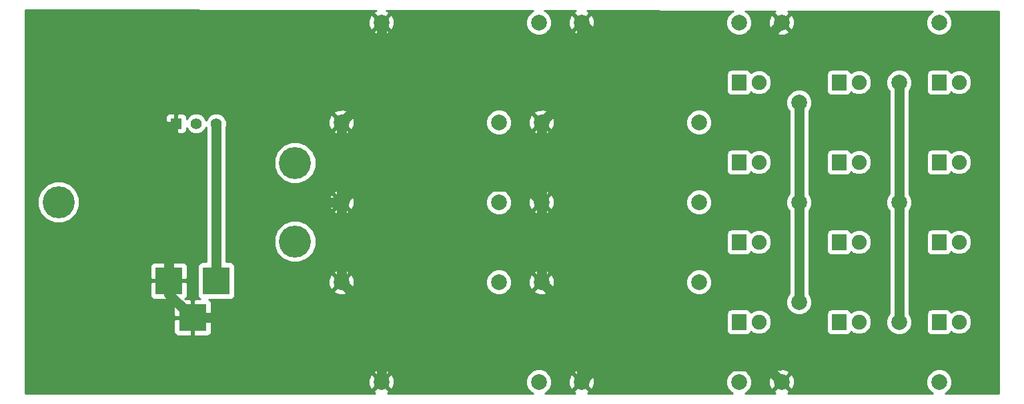
<source format=gbr>
G04 #@! TF.FileFunction,Copper,L2,Bot,Signal*
%FSLAX46Y46*%
G04 Gerber Fmt 4.6, Leading zero omitted, Abs format (unit mm)*
G04 Created by KiCad (PCBNEW (2015-12-07 BZR 6352)-product) date Tue 16 Feb 2016 10:07:43 PM EST*
%MOMM*%
G01*
G04 APERTURE LIST*
%ADD10C,0.100000*%
%ADD11R,3.500120X3.500120*%
%ADD12R,1.397000X1.397000*%
%ADD13C,1.397000*%
%ADD14R,1.900000X2.000000*%
%ADD15C,1.900000*%
%ADD16C,4.064000*%
%ADD17C,1.998980*%
%ADD18C,2.000000*%
%ADD19C,1.270000*%
%ADD20C,0.254000*%
G04 APERTURE END LIST*
D10*
D11*
X24920000Y15038000D03*
X18920520Y15038000D03*
X21920260Y10339000D03*
D12*
X19840000Y35038000D03*
D13*
X22380000Y35038000D03*
X24920000Y35038000D03*
D14*
X116680000Y40278000D03*
D15*
X119220000Y40278000D03*
D14*
X116680000Y30118000D03*
D15*
X119220000Y30118000D03*
D14*
X116680000Y19958000D03*
D15*
X119220000Y19958000D03*
D14*
X116680000Y9798000D03*
D15*
X119220000Y9798000D03*
D14*
X103980000Y40278000D03*
D15*
X106520000Y40278000D03*
D14*
X103980000Y30118000D03*
D15*
X106520000Y30118000D03*
D14*
X103980000Y19958000D03*
D15*
X106520000Y19958000D03*
D14*
X103980000Y9798000D03*
D15*
X106520000Y9798000D03*
D14*
X91280000Y40278000D03*
D15*
X93820000Y40278000D03*
D14*
X91280000Y30118000D03*
D15*
X93820000Y30118000D03*
D14*
X91280000Y19958000D03*
D15*
X93820000Y19958000D03*
D14*
X91280000Y9798000D03*
D15*
X93820000Y9798000D03*
D16*
X4920000Y25038000D03*
X34920000Y30038000D03*
X34920000Y20038000D03*
D17*
X116680000Y47898000D03*
X96680000Y47898000D03*
X86200000Y35198000D03*
X66200000Y35198000D03*
X86200000Y14878000D03*
X66200000Y14878000D03*
X116680000Y2178000D03*
X96680000Y2178000D03*
X91280000Y47898000D03*
X71280000Y47898000D03*
X60800000Y35198000D03*
X40800000Y35198000D03*
X60800000Y14878000D03*
X40800000Y14878000D03*
X91280000Y2178000D03*
X71280000Y2178000D03*
X65880000Y47898000D03*
X45880000Y47898000D03*
X86200000Y25038000D03*
X66200000Y25038000D03*
X60800000Y25038000D03*
X40800000Y25038000D03*
X65880000Y2178000D03*
X45880000Y2178000D03*
D18*
X98900000Y25038000D03*
X98900000Y12338000D03*
X98900000Y37738000D03*
X111600000Y25038000D03*
X111600000Y9798000D03*
X111600000Y40278000D03*
D19*
X24920000Y15038000D02*
X24920000Y35038000D01*
X30320000Y22498000D02*
X32860000Y25038000D01*
X32860000Y25038000D02*
X40800000Y25038000D01*
X30320000Y15109078D02*
X30320000Y22498000D01*
X21920260Y10339000D02*
X25549922Y10339000D01*
X25549922Y10339000D02*
X30320000Y15109078D01*
X66200000Y25038000D02*
X64184509Y27053491D01*
X64184509Y27053491D02*
X42815491Y27053491D01*
X41799489Y26037489D02*
X40800000Y25038000D01*
X42815491Y27053491D02*
X41799489Y26037489D01*
X96680000Y2178000D02*
X94664509Y4193491D01*
X94664509Y4193491D02*
X73295491Y4193491D01*
X73295491Y4193491D02*
X72279489Y3177489D01*
X72279489Y3177489D02*
X71280000Y2178000D01*
X96680000Y47898000D02*
X94140000Y45358000D01*
X94140000Y45358000D02*
X73820000Y45358000D01*
X73820000Y45358000D02*
X72279489Y46898511D01*
X72279489Y46898511D02*
X71280000Y47898000D01*
X71280000Y47898000D02*
X71280000Y40278000D01*
X71280000Y40278000D02*
X66200000Y35198000D01*
X71280000Y2178000D02*
X71280000Y9798000D01*
X71280000Y9798000D02*
X66200000Y14878000D01*
X66200000Y25038000D02*
X66200000Y14878000D01*
X66200000Y35198000D02*
X66200000Y25038000D01*
X40800000Y25038000D02*
X40800000Y35198000D01*
X40800000Y14878000D02*
X40800000Y25038000D01*
X45880000Y2178000D02*
X45880000Y9798000D01*
X45880000Y9798000D02*
X40800000Y14878000D01*
X45880000Y47898000D02*
X45880000Y40278000D01*
X45880000Y40278000D02*
X40800000Y35198000D01*
X18920520Y15038000D02*
X18920520Y13338740D01*
X18920520Y13338740D02*
X21920260Y10339000D01*
X18920520Y15038000D02*
X18920520Y34118520D01*
X18920520Y34118520D02*
X19840000Y35038000D01*
X98900000Y25038000D02*
X98900000Y37738000D01*
X98900000Y12338000D02*
X98900000Y25038000D01*
X111600000Y25038000D02*
X111600000Y9798000D01*
X111600000Y25038000D02*
X111600000Y40278000D01*
D20*
G36*
X45207181Y49400279D02*
X45006042Y49316965D01*
X44907443Y49050163D01*
X45880000Y48077605D01*
X46852557Y49050163D01*
X46753958Y49316965D01*
X46534009Y49398673D01*
X65177142Y49376107D01*
X64955345Y49284462D01*
X64495154Y48825073D01*
X64245794Y48224547D01*
X64245226Y47574306D01*
X64493538Y46973345D01*
X64952927Y46513154D01*
X65553453Y46263794D01*
X66203694Y46263226D01*
X66804655Y46511538D01*
X67039363Y46745837D01*
X70307443Y46745837D01*
X70406042Y46479035D01*
X71015582Y46252599D01*
X71665377Y46276659D01*
X72153958Y46479035D01*
X72252557Y46745837D01*
X71280000Y47718395D01*
X70307443Y46745837D01*
X67039363Y46745837D01*
X67264846Y46970927D01*
X67514206Y47571453D01*
X67514722Y48162418D01*
X69634599Y48162418D01*
X69658659Y47512623D01*
X69861035Y47024042D01*
X70127837Y46925443D01*
X71100395Y47898000D01*
X71459605Y47898000D01*
X72432163Y46925443D01*
X72698965Y47024042D01*
X72925401Y47633582D01*
X72901341Y48283377D01*
X72698965Y48771958D01*
X72432163Y48870557D01*
X71459605Y47898000D01*
X71100395Y47898000D01*
X70127837Y48870557D01*
X69861035Y48771958D01*
X69634599Y48162418D01*
X67514722Y48162418D01*
X67514774Y48221694D01*
X67266462Y48822655D01*
X66807073Y49282846D01*
X66586585Y49374400D01*
X70533171Y49369623D01*
X70406042Y49316965D01*
X70307443Y49050163D01*
X71280000Y48077605D01*
X72252557Y49050163D01*
X72153958Y49316965D01*
X72017043Y49367827D01*
X90502950Y49345451D01*
X90355345Y49284462D01*
X89895154Y48825073D01*
X89645794Y48224547D01*
X89645226Y47574306D01*
X89893538Y46973345D01*
X90352927Y46513154D01*
X90953453Y46263794D01*
X91603694Y46263226D01*
X92204655Y46511538D01*
X92439363Y46745837D01*
X95707443Y46745837D01*
X95806042Y46479035D01*
X96415582Y46252599D01*
X97065377Y46276659D01*
X97553958Y46479035D01*
X97652557Y46745837D01*
X96680000Y47718395D01*
X95707443Y46745837D01*
X92439363Y46745837D01*
X92664846Y46970927D01*
X92914206Y47571453D01*
X92914722Y48162418D01*
X95034599Y48162418D01*
X95058659Y47512623D01*
X95261035Y47024042D01*
X95527837Y46925443D01*
X96500395Y47898000D01*
X96859605Y47898000D01*
X97832163Y46925443D01*
X98098965Y47024042D01*
X98325401Y47633582D01*
X98301341Y48283377D01*
X98098965Y48771958D01*
X97832163Y48870557D01*
X96859605Y47898000D01*
X96500395Y47898000D01*
X95527837Y48870557D01*
X95261035Y48771958D01*
X95034599Y48162418D01*
X92914722Y48162418D01*
X92914774Y48221694D01*
X92666462Y48822655D01*
X92207073Y49282846D01*
X92060845Y49343565D01*
X95859161Y49338968D01*
X95806042Y49316965D01*
X95707443Y49050163D01*
X96680000Y48077605D01*
X97652557Y49050163D01*
X97553958Y49316965D01*
X97500076Y49336981D01*
X104919141Y49328001D01*
X104919569Y49328086D01*
X104920000Y49328000D01*
X115860715Y49328000D01*
X115755345Y49284462D01*
X115295154Y48825073D01*
X115045794Y48224547D01*
X115045226Y47574306D01*
X115293538Y46973345D01*
X115752927Y46513154D01*
X116353453Y46263794D01*
X117003694Y46263226D01*
X117604655Y46511538D01*
X118064846Y46970927D01*
X118314206Y47571453D01*
X118314774Y48221694D01*
X118066462Y48822655D01*
X117607073Y49282846D01*
X117498330Y49328000D01*
X124210000Y49328000D01*
X124210000Y747784D01*
X117493818Y745741D01*
X117604655Y791538D01*
X118064846Y1250927D01*
X118314206Y1851453D01*
X118314774Y2501694D01*
X118066462Y3102655D01*
X117607073Y3562846D01*
X117006547Y3812206D01*
X116356306Y3812774D01*
X115755345Y3564462D01*
X115295154Y3105073D01*
X115045794Y2504547D01*
X115045226Y1854306D01*
X115293538Y1253345D01*
X115752927Y793154D01*
X115868301Y745247D01*
X97507185Y739661D01*
X97553958Y759035D01*
X97652557Y1025837D01*
X96680000Y1998395D01*
X95707443Y1025837D01*
X95806042Y759035D01*
X95859543Y739160D01*
X92075104Y738009D01*
X92204655Y791538D01*
X92664846Y1250927D01*
X92914206Y1851453D01*
X92914722Y2442418D01*
X95034599Y2442418D01*
X95058659Y1792623D01*
X95261035Y1304042D01*
X95527837Y1205443D01*
X96500395Y2178000D01*
X96859605Y2178000D01*
X97832163Y1205443D01*
X98098965Y1304042D01*
X98325401Y1913582D01*
X98301341Y2563377D01*
X98098965Y3051958D01*
X97832163Y3150557D01*
X96859605Y2178000D01*
X96500395Y2178000D01*
X95527837Y3150557D01*
X95261035Y3051958D01*
X95034599Y2442418D01*
X92914722Y2442418D01*
X92914774Y2501694D01*
X92666462Y3102655D01*
X92439351Y3330163D01*
X95707443Y3330163D01*
X96680000Y2357605D01*
X97652557Y3330163D01*
X97553958Y3596965D01*
X96944418Y3823401D01*
X96294623Y3799341D01*
X95806042Y3596965D01*
X95707443Y3330163D01*
X92439351Y3330163D01*
X92207073Y3562846D01*
X91606547Y3812206D01*
X90956306Y3812774D01*
X90355345Y3564462D01*
X89895154Y3105073D01*
X89645794Y2504547D01*
X89645226Y1854306D01*
X89893538Y1253345D01*
X90352927Y793154D01*
X90486895Y737526D01*
X72088518Y731929D01*
X72153958Y759035D01*
X72252557Y1025837D01*
X71280000Y1998395D01*
X70307443Y1025837D01*
X70406042Y759035D01*
X70480325Y731440D01*
X66656391Y730277D01*
X66804655Y791538D01*
X67264846Y1250927D01*
X67514206Y1851453D01*
X67514722Y2442418D01*
X69634599Y2442418D01*
X69658659Y1792623D01*
X69861035Y1304042D01*
X70127837Y1205443D01*
X71100395Y2178000D01*
X71459605Y2178000D01*
X72432163Y1205443D01*
X72698965Y1304042D01*
X72925401Y1913582D01*
X72901341Y2563377D01*
X72698965Y3051958D01*
X72432163Y3150557D01*
X71459605Y2178000D01*
X71100395Y2178000D01*
X70127837Y3150557D01*
X69861035Y3051958D01*
X69634599Y2442418D01*
X67514722Y2442418D01*
X67514774Y2501694D01*
X67266462Y3102655D01*
X67039351Y3330163D01*
X70307443Y3330163D01*
X71280000Y2357605D01*
X72252557Y3330163D01*
X72153958Y3596965D01*
X71544418Y3823401D01*
X70894623Y3799341D01*
X70406042Y3596965D01*
X70307443Y3330163D01*
X67039351Y3330163D01*
X66807073Y3562846D01*
X66206547Y3812206D01*
X65556306Y3812774D01*
X64955345Y3564462D01*
X64495154Y3105073D01*
X64245794Y2504547D01*
X64245226Y1854306D01*
X64493538Y1253345D01*
X64952927Y793154D01*
X65105489Y729805D01*
X46669851Y724197D01*
X46753958Y759035D01*
X46852557Y1025837D01*
X45880000Y1998395D01*
X44907443Y1025837D01*
X45006042Y759035D01*
X45101107Y723720D01*
X710000Y710216D01*
X710000Y2442418D01*
X44234599Y2442418D01*
X44258659Y1792623D01*
X44461035Y1304042D01*
X44727837Y1205443D01*
X45700395Y2178000D01*
X46059605Y2178000D01*
X47032163Y1205443D01*
X47298965Y1304042D01*
X47525401Y1913582D01*
X47501341Y2563377D01*
X47298965Y3051958D01*
X47032163Y3150557D01*
X46059605Y2178000D01*
X45700395Y2178000D01*
X44727837Y3150557D01*
X44461035Y3051958D01*
X44234599Y2442418D01*
X710000Y2442418D01*
X710000Y3330163D01*
X44907443Y3330163D01*
X45880000Y2357605D01*
X46852557Y3330163D01*
X46753958Y3596965D01*
X46144418Y3823401D01*
X45494623Y3799341D01*
X45006042Y3596965D01*
X44907443Y3330163D01*
X710000Y3330163D01*
X710000Y10053250D01*
X19535200Y10053250D01*
X19535200Y8462630D01*
X19631873Y8229241D01*
X19810502Y8050613D01*
X20043891Y7953940D01*
X21634510Y7953940D01*
X21793260Y8112690D01*
X21793260Y10212000D01*
X22047260Y10212000D01*
X22047260Y8112690D01*
X22206010Y7953940D01*
X23796629Y7953940D01*
X24030018Y8050613D01*
X24208647Y8229241D01*
X24305320Y8462630D01*
X24305320Y10053250D01*
X24146570Y10212000D01*
X22047260Y10212000D01*
X21793260Y10212000D01*
X19693950Y10212000D01*
X19535200Y10053250D01*
X710000Y10053250D01*
X710000Y14752250D01*
X16535460Y14752250D01*
X16535460Y13161630D01*
X16632133Y12928241D01*
X16810762Y12749613D01*
X17044151Y12652940D01*
X18634770Y12652940D01*
X18793520Y12811690D01*
X18793520Y14911000D01*
X19047520Y14911000D01*
X19047520Y12811690D01*
X19206270Y12652940D01*
X19872192Y12652940D01*
X19810502Y12627387D01*
X19631873Y12448759D01*
X19535200Y12215370D01*
X19535200Y10624750D01*
X19693950Y10466000D01*
X21793260Y10466000D01*
X21793260Y12565310D01*
X21634510Y12724060D01*
X20968588Y12724060D01*
X21030278Y12749613D01*
X21208907Y12928241D01*
X21305580Y13161630D01*
X21305580Y14752250D01*
X21146830Y14911000D01*
X19047520Y14911000D01*
X18793520Y14911000D01*
X16694210Y14911000D01*
X16535460Y14752250D01*
X710000Y14752250D01*
X710000Y16914370D01*
X16535460Y16914370D01*
X16535460Y15323750D01*
X16694210Y15165000D01*
X18793520Y15165000D01*
X18793520Y17264310D01*
X19047520Y17264310D01*
X19047520Y15165000D01*
X21146830Y15165000D01*
X21305580Y15323750D01*
X21305580Y16914370D01*
X21208907Y17147759D01*
X21030278Y17326387D01*
X20796889Y17423060D01*
X19206270Y17423060D01*
X19047520Y17264310D01*
X18793520Y17264310D01*
X18634770Y17423060D01*
X17044151Y17423060D01*
X16810762Y17326387D01*
X16632133Y17147759D01*
X16535460Y16914370D01*
X710000Y16914370D01*
X710000Y24509828D01*
X2252538Y24509828D01*
X2657709Y23529239D01*
X3407293Y22778345D01*
X4387173Y22371464D01*
X5448172Y22370538D01*
X6428761Y22775709D01*
X7179655Y23525293D01*
X7586536Y24505173D01*
X7587462Y25566172D01*
X7182291Y26546761D01*
X6432707Y27297655D01*
X5452827Y27704536D01*
X4391828Y27705462D01*
X3411239Y27300291D01*
X2660345Y26550707D01*
X2253464Y25570827D01*
X2252538Y24509828D01*
X710000Y24509828D01*
X710000Y34752250D01*
X18506500Y34752250D01*
X18506500Y34213190D01*
X18603173Y33979801D01*
X18781802Y33801173D01*
X19015191Y33704500D01*
X19554250Y33704500D01*
X19713000Y33863250D01*
X19713000Y34911000D01*
X18665250Y34911000D01*
X18506500Y34752250D01*
X710000Y34752250D01*
X710000Y35862810D01*
X18506500Y35862810D01*
X18506500Y35323750D01*
X18665250Y35165000D01*
X19713000Y35165000D01*
X19713000Y36212750D01*
X19967000Y36212750D01*
X19967000Y35165000D01*
X19987000Y35165000D01*
X19987000Y34911000D01*
X19967000Y34911000D01*
X19967000Y33863250D01*
X20125750Y33704500D01*
X20664809Y33704500D01*
X20898198Y33801173D01*
X21076827Y33979801D01*
X21173500Y34213190D01*
X21173500Y34465991D01*
X21248854Y34283620D01*
X21623647Y33908173D01*
X22113587Y33704732D01*
X22644086Y33704269D01*
X23134380Y33906854D01*
X23509827Y34281647D01*
X23650000Y34619221D01*
X23650000Y17435500D01*
X23169940Y17435500D01*
X22934623Y17391222D01*
X22718499Y17252150D01*
X22573509Y17039950D01*
X22522500Y16788060D01*
X22522500Y13287940D01*
X22566778Y13052623D01*
X22705850Y12836499D01*
X22870410Y12724060D01*
X22206010Y12724060D01*
X22047260Y12565310D01*
X22047260Y10466000D01*
X24146570Y10466000D01*
X24305320Y10624750D01*
X24305320Y10798000D01*
X89682560Y10798000D01*
X89682560Y8798000D01*
X89726838Y8562683D01*
X89865910Y8346559D01*
X90078110Y8201569D01*
X90330000Y8150560D01*
X92230000Y8150560D01*
X92465317Y8194838D01*
X92681441Y8333910D01*
X92826431Y8546110D01*
X92827055Y8549192D01*
X92920997Y8455086D01*
X93503341Y8213276D01*
X94133893Y8212725D01*
X94716657Y8453519D01*
X95162914Y8898997D01*
X95404724Y9481341D01*
X95405275Y10111893D01*
X95164481Y10694657D01*
X94719003Y11140914D01*
X94136659Y11382724D01*
X93506107Y11383275D01*
X92923343Y11142481D01*
X92825663Y11044971D01*
X92694090Y11249441D01*
X92481890Y11394431D01*
X92230000Y11445440D01*
X90330000Y11445440D01*
X90094683Y11401162D01*
X89878559Y11262090D01*
X89733569Y11049890D01*
X89682560Y10798000D01*
X24305320Y10798000D01*
X24305320Y12215370D01*
X24208647Y12448759D01*
X24030018Y12627387D01*
X23998360Y12640500D01*
X26670060Y12640500D01*
X26905377Y12684778D01*
X27121501Y12823850D01*
X27266491Y13036050D01*
X27317500Y13287940D01*
X27317500Y13725837D01*
X39827443Y13725837D01*
X39926042Y13459035D01*
X40535582Y13232599D01*
X41185377Y13256659D01*
X41673958Y13459035D01*
X41772557Y13725837D01*
X40800000Y14698395D01*
X39827443Y13725837D01*
X27317500Y13725837D01*
X27317500Y15142418D01*
X39154599Y15142418D01*
X39178659Y14492623D01*
X39381035Y14004042D01*
X39647837Y13905443D01*
X40620395Y14878000D01*
X40979605Y14878000D01*
X41952163Y13905443D01*
X42218965Y14004042D01*
X42423380Y14554306D01*
X59165226Y14554306D01*
X59413538Y13953345D01*
X59872927Y13493154D01*
X60473453Y13243794D01*
X61123694Y13243226D01*
X61724655Y13491538D01*
X61959363Y13725837D01*
X65227443Y13725837D01*
X65326042Y13459035D01*
X65935582Y13232599D01*
X66585377Y13256659D01*
X67073958Y13459035D01*
X67172557Y13725837D01*
X66200000Y14698395D01*
X65227443Y13725837D01*
X61959363Y13725837D01*
X62184846Y13950927D01*
X62434206Y14551453D01*
X62434722Y15142418D01*
X64554599Y15142418D01*
X64578659Y14492623D01*
X64781035Y14004042D01*
X65047837Y13905443D01*
X66020395Y14878000D01*
X66379605Y14878000D01*
X67352163Y13905443D01*
X67618965Y14004042D01*
X67823380Y14554306D01*
X84565226Y14554306D01*
X84813538Y13953345D01*
X85272927Y13493154D01*
X85873453Y13243794D01*
X86523694Y13243226D01*
X87124655Y13491538D01*
X87584846Y13950927D01*
X87834206Y14551453D01*
X87834774Y15201694D01*
X87586462Y15802655D01*
X87127073Y16262846D01*
X86526547Y16512206D01*
X85876306Y16512774D01*
X85275345Y16264462D01*
X84815154Y15805073D01*
X84565794Y15204547D01*
X84565226Y14554306D01*
X67823380Y14554306D01*
X67845401Y14613582D01*
X67821341Y15263377D01*
X67618965Y15751958D01*
X67352163Y15850557D01*
X66379605Y14878000D01*
X66020395Y14878000D01*
X65047837Y15850557D01*
X64781035Y15751958D01*
X64554599Y15142418D01*
X62434722Y15142418D01*
X62434774Y15201694D01*
X62186462Y15802655D01*
X61959351Y16030163D01*
X65227443Y16030163D01*
X66200000Y15057605D01*
X67172557Y16030163D01*
X67073958Y16296965D01*
X66464418Y16523401D01*
X65814623Y16499341D01*
X65326042Y16296965D01*
X65227443Y16030163D01*
X61959351Y16030163D01*
X61727073Y16262846D01*
X61126547Y16512206D01*
X60476306Y16512774D01*
X59875345Y16264462D01*
X59415154Y15805073D01*
X59165794Y15204547D01*
X59165226Y14554306D01*
X42423380Y14554306D01*
X42445401Y14613582D01*
X42421341Y15263377D01*
X42218965Y15751958D01*
X41952163Y15850557D01*
X40979605Y14878000D01*
X40620395Y14878000D01*
X39647837Y15850557D01*
X39381035Y15751958D01*
X39154599Y15142418D01*
X27317500Y15142418D01*
X27317500Y16030163D01*
X39827443Y16030163D01*
X40800000Y15057605D01*
X41772557Y16030163D01*
X41673958Y16296965D01*
X41064418Y16523401D01*
X40414623Y16499341D01*
X39926042Y16296965D01*
X39827443Y16030163D01*
X27317500Y16030163D01*
X27317500Y16788060D01*
X27273222Y17023377D01*
X27134150Y17239501D01*
X26921950Y17384491D01*
X26670060Y17435500D01*
X26190000Y17435500D01*
X26190000Y19509828D01*
X32252538Y19509828D01*
X32657709Y18529239D01*
X33407293Y17778345D01*
X34387173Y17371464D01*
X35448172Y17370538D01*
X36428761Y17775709D01*
X37179655Y18525293D01*
X37586536Y19505173D01*
X37587462Y20566172D01*
X37425563Y20958000D01*
X89682560Y20958000D01*
X89682560Y18958000D01*
X89726838Y18722683D01*
X89865910Y18506559D01*
X90078110Y18361569D01*
X90330000Y18310560D01*
X92230000Y18310560D01*
X92465317Y18354838D01*
X92681441Y18493910D01*
X92826431Y18706110D01*
X92827055Y18709192D01*
X92920997Y18615086D01*
X93503341Y18373276D01*
X94133893Y18372725D01*
X94716657Y18613519D01*
X95162914Y19058997D01*
X95404724Y19641341D01*
X95405275Y20271893D01*
X95164481Y20854657D01*
X94719003Y21300914D01*
X94136659Y21542724D01*
X93506107Y21543275D01*
X92923343Y21302481D01*
X92825663Y21204971D01*
X92694090Y21409441D01*
X92481890Y21554431D01*
X92230000Y21605440D01*
X90330000Y21605440D01*
X90094683Y21561162D01*
X89878559Y21422090D01*
X89733569Y21209890D01*
X89682560Y20958000D01*
X37425563Y20958000D01*
X37182291Y21546761D01*
X36432707Y22297655D01*
X35452827Y22704536D01*
X34391828Y22705462D01*
X33411239Y22300291D01*
X32660345Y21550707D01*
X32253464Y20570827D01*
X32252538Y19509828D01*
X26190000Y19509828D01*
X26190000Y23885837D01*
X39827443Y23885837D01*
X39926042Y23619035D01*
X40535582Y23392599D01*
X41185377Y23416659D01*
X41673958Y23619035D01*
X41772557Y23885837D01*
X40800000Y24858395D01*
X39827443Y23885837D01*
X26190000Y23885837D01*
X26190000Y25302418D01*
X39154599Y25302418D01*
X39178659Y24652623D01*
X39381035Y24164042D01*
X39647837Y24065443D01*
X40620395Y25038000D01*
X40979605Y25038000D01*
X41952163Y24065443D01*
X42218965Y24164042D01*
X42423380Y24714306D01*
X59165226Y24714306D01*
X59413538Y24113345D01*
X59872927Y23653154D01*
X60473453Y23403794D01*
X61123694Y23403226D01*
X61724655Y23651538D01*
X61959363Y23885837D01*
X65227443Y23885837D01*
X65326042Y23619035D01*
X65935582Y23392599D01*
X66585377Y23416659D01*
X67073958Y23619035D01*
X67172557Y23885837D01*
X66200000Y24858395D01*
X65227443Y23885837D01*
X61959363Y23885837D01*
X62184846Y24110927D01*
X62434206Y24711453D01*
X62434722Y25302418D01*
X64554599Y25302418D01*
X64578659Y24652623D01*
X64781035Y24164042D01*
X65047837Y24065443D01*
X66020395Y25038000D01*
X66379605Y25038000D01*
X67352163Y24065443D01*
X67618965Y24164042D01*
X67823380Y24714306D01*
X84565226Y24714306D01*
X84813538Y24113345D01*
X85272927Y23653154D01*
X85873453Y23403794D01*
X86523694Y23403226D01*
X87124655Y23651538D01*
X87584846Y24110927D01*
X87834206Y24711453D01*
X87834774Y25361694D01*
X87586462Y25962655D01*
X87127073Y26422846D01*
X86526547Y26672206D01*
X85876306Y26672774D01*
X85275345Y26424462D01*
X84815154Y25965073D01*
X84565794Y25364547D01*
X84565226Y24714306D01*
X67823380Y24714306D01*
X67845401Y24773582D01*
X67821341Y25423377D01*
X67618965Y25911958D01*
X67352163Y26010557D01*
X66379605Y25038000D01*
X66020395Y25038000D01*
X65047837Y26010557D01*
X64781035Y25911958D01*
X64554599Y25302418D01*
X62434722Y25302418D01*
X62434774Y25361694D01*
X62186462Y25962655D01*
X61959351Y26190163D01*
X65227443Y26190163D01*
X66200000Y25217605D01*
X67172557Y26190163D01*
X67073958Y26456965D01*
X66464418Y26683401D01*
X65814623Y26659341D01*
X65326042Y26456965D01*
X65227443Y26190163D01*
X61959351Y26190163D01*
X61727073Y26422846D01*
X61126547Y26672206D01*
X60476306Y26672774D01*
X59875345Y26424462D01*
X59415154Y25965073D01*
X59165794Y25364547D01*
X59165226Y24714306D01*
X42423380Y24714306D01*
X42445401Y24773582D01*
X42421341Y25423377D01*
X42218965Y25911958D01*
X41952163Y26010557D01*
X40979605Y25038000D01*
X40620395Y25038000D01*
X39647837Y26010557D01*
X39381035Y25911958D01*
X39154599Y25302418D01*
X26190000Y25302418D01*
X26190000Y26190163D01*
X39827443Y26190163D01*
X40800000Y25217605D01*
X41772557Y26190163D01*
X41673958Y26456965D01*
X41064418Y26683401D01*
X40414623Y26659341D01*
X39926042Y26456965D01*
X39827443Y26190163D01*
X26190000Y26190163D01*
X26190000Y29509828D01*
X32252538Y29509828D01*
X32657709Y28529239D01*
X33407293Y27778345D01*
X34387173Y27371464D01*
X35448172Y27370538D01*
X36428761Y27775709D01*
X37179655Y28525293D01*
X37586536Y29505173D01*
X37587462Y30566172D01*
X37359452Y31118000D01*
X89682560Y31118000D01*
X89682560Y29118000D01*
X89726838Y28882683D01*
X89865910Y28666559D01*
X90078110Y28521569D01*
X90330000Y28470560D01*
X92230000Y28470560D01*
X92465317Y28514838D01*
X92681441Y28653910D01*
X92826431Y28866110D01*
X92827055Y28869192D01*
X92920997Y28775086D01*
X93503341Y28533276D01*
X94133893Y28532725D01*
X94716657Y28773519D01*
X95162914Y29218997D01*
X95404724Y29801341D01*
X95405275Y30431893D01*
X95164481Y31014657D01*
X94719003Y31460914D01*
X94136659Y31702724D01*
X93506107Y31703275D01*
X92923343Y31462481D01*
X92825663Y31364971D01*
X92694090Y31569441D01*
X92481890Y31714431D01*
X92230000Y31765440D01*
X90330000Y31765440D01*
X90094683Y31721162D01*
X89878559Y31582090D01*
X89733569Y31369890D01*
X89682560Y31118000D01*
X37359452Y31118000D01*
X37182291Y31546761D01*
X36432707Y32297655D01*
X35452827Y32704536D01*
X34391828Y32705462D01*
X33411239Y32300291D01*
X32660345Y31550707D01*
X32253464Y30570827D01*
X32252538Y29509828D01*
X26190000Y29509828D01*
X26190000Y34045837D01*
X39827443Y34045837D01*
X39926042Y33779035D01*
X40535582Y33552599D01*
X41185377Y33576659D01*
X41673958Y33779035D01*
X41772557Y34045837D01*
X40800000Y35018395D01*
X39827443Y34045837D01*
X26190000Y34045837D01*
X26190000Y34619221D01*
X26253268Y34771587D01*
X26253731Y35302086D01*
X26187484Y35462418D01*
X39154599Y35462418D01*
X39178659Y34812623D01*
X39381035Y34324042D01*
X39647837Y34225443D01*
X40620395Y35198000D01*
X40979605Y35198000D01*
X41952163Y34225443D01*
X42218965Y34324042D01*
X42423380Y34874306D01*
X59165226Y34874306D01*
X59413538Y34273345D01*
X59872927Y33813154D01*
X60473453Y33563794D01*
X61123694Y33563226D01*
X61724655Y33811538D01*
X61959363Y34045837D01*
X65227443Y34045837D01*
X65326042Y33779035D01*
X65935582Y33552599D01*
X66585377Y33576659D01*
X67073958Y33779035D01*
X67172557Y34045837D01*
X66200000Y35018395D01*
X65227443Y34045837D01*
X61959363Y34045837D01*
X62184846Y34270927D01*
X62434206Y34871453D01*
X62434722Y35462418D01*
X64554599Y35462418D01*
X64578659Y34812623D01*
X64781035Y34324042D01*
X65047837Y34225443D01*
X66020395Y35198000D01*
X66379605Y35198000D01*
X67352163Y34225443D01*
X67618965Y34324042D01*
X67823380Y34874306D01*
X84565226Y34874306D01*
X84813538Y34273345D01*
X85272927Y33813154D01*
X85873453Y33563794D01*
X86523694Y33563226D01*
X87124655Y33811538D01*
X87584846Y34270927D01*
X87834206Y34871453D01*
X87834774Y35521694D01*
X87586462Y36122655D01*
X87127073Y36582846D01*
X86526547Y36832206D01*
X85876306Y36832774D01*
X85275345Y36584462D01*
X84815154Y36125073D01*
X84565794Y35524547D01*
X84565226Y34874306D01*
X67823380Y34874306D01*
X67845401Y34933582D01*
X67821341Y35583377D01*
X67618965Y36071958D01*
X67352163Y36170557D01*
X66379605Y35198000D01*
X66020395Y35198000D01*
X65047837Y36170557D01*
X64781035Y36071958D01*
X64554599Y35462418D01*
X62434722Y35462418D01*
X62434774Y35521694D01*
X62186462Y36122655D01*
X61959351Y36350163D01*
X65227443Y36350163D01*
X66200000Y35377605D01*
X67172557Y36350163D01*
X67073958Y36616965D01*
X66464418Y36843401D01*
X65814623Y36819341D01*
X65326042Y36616965D01*
X65227443Y36350163D01*
X61959351Y36350163D01*
X61727073Y36582846D01*
X61126547Y36832206D01*
X60476306Y36832774D01*
X59875345Y36584462D01*
X59415154Y36125073D01*
X59165794Y35524547D01*
X59165226Y34874306D01*
X42423380Y34874306D01*
X42445401Y34933582D01*
X42421341Y35583377D01*
X42218965Y36071958D01*
X41952163Y36170557D01*
X40979605Y35198000D01*
X40620395Y35198000D01*
X39647837Y36170557D01*
X39381035Y36071958D01*
X39154599Y35462418D01*
X26187484Y35462418D01*
X26051146Y35792380D01*
X25676353Y36167827D01*
X25237240Y36350163D01*
X39827443Y36350163D01*
X40800000Y35377605D01*
X41772557Y36350163D01*
X41673958Y36616965D01*
X41064418Y36843401D01*
X40414623Y36819341D01*
X39926042Y36616965D01*
X39827443Y36350163D01*
X25237240Y36350163D01*
X25186413Y36371268D01*
X24655914Y36371731D01*
X24165620Y36169146D01*
X23790173Y35794353D01*
X23649906Y35456554D01*
X23511146Y35792380D01*
X23136353Y36167827D01*
X22646413Y36371268D01*
X22115914Y36371731D01*
X21625620Y36169146D01*
X21250173Y35794353D01*
X21173500Y35609704D01*
X21173500Y35862810D01*
X21076827Y36096199D01*
X20898198Y36274827D01*
X20664809Y36371500D01*
X20125750Y36371500D01*
X19967000Y36212750D01*
X19713000Y36212750D01*
X19554250Y36371500D01*
X19015191Y36371500D01*
X18781802Y36274827D01*
X18603173Y36096199D01*
X18506500Y35862810D01*
X710000Y35862810D01*
X710000Y37414205D01*
X97264716Y37414205D01*
X97513106Y36813057D01*
X97630000Y36695958D01*
X97630000Y26080440D01*
X97514722Y25965363D01*
X97265284Y25364648D01*
X97264716Y24714205D01*
X97513106Y24113057D01*
X97630000Y23995958D01*
X97630000Y13380440D01*
X97514722Y13265363D01*
X97265284Y12664648D01*
X97264716Y12014205D01*
X97513106Y11413057D01*
X97972637Y10952722D01*
X98573352Y10703284D01*
X99223795Y10702716D01*
X99454399Y10798000D01*
X102382560Y10798000D01*
X102382560Y8798000D01*
X102426838Y8562683D01*
X102565910Y8346559D01*
X102778110Y8201569D01*
X103030000Y8150560D01*
X104930000Y8150560D01*
X105165317Y8194838D01*
X105381441Y8333910D01*
X105526431Y8546110D01*
X105527055Y8549192D01*
X105620997Y8455086D01*
X106203341Y8213276D01*
X106833893Y8212725D01*
X107416657Y8453519D01*
X107862914Y8898997D01*
X108104724Y9481341D01*
X108105275Y10111893D01*
X107864481Y10694657D01*
X107419003Y11140914D01*
X106836659Y11382724D01*
X106206107Y11383275D01*
X105623343Y11142481D01*
X105525663Y11044971D01*
X105394090Y11249441D01*
X105181890Y11394431D01*
X104930000Y11445440D01*
X103030000Y11445440D01*
X102794683Y11401162D01*
X102578559Y11262090D01*
X102433569Y11049890D01*
X102382560Y10798000D01*
X99454399Y10798000D01*
X99824943Y10951106D01*
X100285278Y11410637D01*
X100534716Y12011352D01*
X100535284Y12661795D01*
X100286894Y13262943D01*
X100170000Y13380042D01*
X100170000Y20958000D01*
X102382560Y20958000D01*
X102382560Y18958000D01*
X102426838Y18722683D01*
X102565910Y18506559D01*
X102778110Y18361569D01*
X103030000Y18310560D01*
X104930000Y18310560D01*
X105165317Y18354838D01*
X105381441Y18493910D01*
X105526431Y18706110D01*
X105527055Y18709192D01*
X105620997Y18615086D01*
X106203341Y18373276D01*
X106833893Y18372725D01*
X107416657Y18613519D01*
X107862914Y19058997D01*
X108104724Y19641341D01*
X108105275Y20271893D01*
X107864481Y20854657D01*
X107419003Y21300914D01*
X106836659Y21542724D01*
X106206107Y21543275D01*
X105623343Y21302481D01*
X105525663Y21204971D01*
X105394090Y21409441D01*
X105181890Y21554431D01*
X104930000Y21605440D01*
X103030000Y21605440D01*
X102794683Y21561162D01*
X102578559Y21422090D01*
X102433569Y21209890D01*
X102382560Y20958000D01*
X100170000Y20958000D01*
X100170000Y23995560D01*
X100285278Y24110637D01*
X100534716Y24711352D01*
X100535284Y25361795D01*
X100286894Y25962943D01*
X100170000Y26080042D01*
X100170000Y31118000D01*
X102382560Y31118000D01*
X102382560Y29118000D01*
X102426838Y28882683D01*
X102565910Y28666559D01*
X102778110Y28521569D01*
X103030000Y28470560D01*
X104930000Y28470560D01*
X105165317Y28514838D01*
X105381441Y28653910D01*
X105526431Y28866110D01*
X105527055Y28869192D01*
X105620997Y28775086D01*
X106203341Y28533276D01*
X106833893Y28532725D01*
X107416657Y28773519D01*
X107862914Y29218997D01*
X108104724Y29801341D01*
X108105275Y30431893D01*
X107864481Y31014657D01*
X107419003Y31460914D01*
X106836659Y31702724D01*
X106206107Y31703275D01*
X105623343Y31462481D01*
X105525663Y31364971D01*
X105394090Y31569441D01*
X105181890Y31714431D01*
X104930000Y31765440D01*
X103030000Y31765440D01*
X102794683Y31721162D01*
X102578559Y31582090D01*
X102433569Y31369890D01*
X102382560Y31118000D01*
X100170000Y31118000D01*
X100170000Y36695560D01*
X100285278Y36810637D01*
X100534716Y37411352D01*
X100535284Y38061795D01*
X100286894Y38662943D01*
X99827363Y39123278D01*
X99226648Y39372716D01*
X98576205Y39373284D01*
X97975057Y39124894D01*
X97514722Y38665363D01*
X97265284Y38064648D01*
X97264716Y37414205D01*
X710000Y37414205D01*
X710000Y41278000D01*
X89682560Y41278000D01*
X89682560Y39278000D01*
X89726838Y39042683D01*
X89865910Y38826559D01*
X90078110Y38681569D01*
X90330000Y38630560D01*
X92230000Y38630560D01*
X92465317Y38674838D01*
X92681441Y38813910D01*
X92826431Y39026110D01*
X92827055Y39029192D01*
X92920997Y38935086D01*
X93503341Y38693276D01*
X94133893Y38692725D01*
X94716657Y38933519D01*
X95162914Y39378997D01*
X95404724Y39961341D01*
X95405275Y40591893D01*
X95164481Y41174657D01*
X95061319Y41278000D01*
X102382560Y41278000D01*
X102382560Y39278000D01*
X102426838Y39042683D01*
X102565910Y38826559D01*
X102778110Y38681569D01*
X103030000Y38630560D01*
X104930000Y38630560D01*
X105165317Y38674838D01*
X105381441Y38813910D01*
X105526431Y39026110D01*
X105527055Y39029192D01*
X105620997Y38935086D01*
X106203341Y38693276D01*
X106833893Y38692725D01*
X107416657Y38933519D01*
X107862914Y39378997D01*
X108101760Y39954205D01*
X109964716Y39954205D01*
X110213106Y39353057D01*
X110330000Y39235958D01*
X110330000Y26080440D01*
X110214722Y25965363D01*
X109965284Y25364648D01*
X109964716Y24714205D01*
X110213106Y24113057D01*
X110330000Y23995958D01*
X110330000Y10840440D01*
X110214722Y10725363D01*
X109965284Y10124648D01*
X109964716Y9474205D01*
X110213106Y8873057D01*
X110672637Y8412722D01*
X111273352Y8163284D01*
X111923795Y8162716D01*
X112524943Y8411106D01*
X112985278Y8870637D01*
X113234716Y9471352D01*
X113235284Y10121795D01*
X112986894Y10722943D01*
X112911969Y10798000D01*
X115082560Y10798000D01*
X115082560Y8798000D01*
X115126838Y8562683D01*
X115265910Y8346559D01*
X115478110Y8201569D01*
X115730000Y8150560D01*
X117630000Y8150560D01*
X117865317Y8194838D01*
X118081441Y8333910D01*
X118226431Y8546110D01*
X118227055Y8549192D01*
X118320997Y8455086D01*
X118903341Y8213276D01*
X119533893Y8212725D01*
X120116657Y8453519D01*
X120562914Y8898997D01*
X120804724Y9481341D01*
X120805275Y10111893D01*
X120564481Y10694657D01*
X120119003Y11140914D01*
X119536659Y11382724D01*
X118906107Y11383275D01*
X118323343Y11142481D01*
X118225663Y11044971D01*
X118094090Y11249441D01*
X117881890Y11394431D01*
X117630000Y11445440D01*
X115730000Y11445440D01*
X115494683Y11401162D01*
X115278559Y11262090D01*
X115133569Y11049890D01*
X115082560Y10798000D01*
X112911969Y10798000D01*
X112870000Y10840042D01*
X112870000Y20958000D01*
X115082560Y20958000D01*
X115082560Y18958000D01*
X115126838Y18722683D01*
X115265910Y18506559D01*
X115478110Y18361569D01*
X115730000Y18310560D01*
X117630000Y18310560D01*
X117865317Y18354838D01*
X118081441Y18493910D01*
X118226431Y18706110D01*
X118227055Y18709192D01*
X118320997Y18615086D01*
X118903341Y18373276D01*
X119533893Y18372725D01*
X120116657Y18613519D01*
X120562914Y19058997D01*
X120804724Y19641341D01*
X120805275Y20271893D01*
X120564481Y20854657D01*
X120119003Y21300914D01*
X119536659Y21542724D01*
X118906107Y21543275D01*
X118323343Y21302481D01*
X118225663Y21204971D01*
X118094090Y21409441D01*
X117881890Y21554431D01*
X117630000Y21605440D01*
X115730000Y21605440D01*
X115494683Y21561162D01*
X115278559Y21422090D01*
X115133569Y21209890D01*
X115082560Y20958000D01*
X112870000Y20958000D01*
X112870000Y23995560D01*
X112985278Y24110637D01*
X113234716Y24711352D01*
X113235284Y25361795D01*
X112986894Y25962943D01*
X112870000Y26080042D01*
X112870000Y31118000D01*
X115082560Y31118000D01*
X115082560Y29118000D01*
X115126838Y28882683D01*
X115265910Y28666559D01*
X115478110Y28521569D01*
X115730000Y28470560D01*
X117630000Y28470560D01*
X117865317Y28514838D01*
X118081441Y28653910D01*
X118226431Y28866110D01*
X118227055Y28869192D01*
X118320997Y28775086D01*
X118903341Y28533276D01*
X119533893Y28532725D01*
X120116657Y28773519D01*
X120562914Y29218997D01*
X120804724Y29801341D01*
X120805275Y30431893D01*
X120564481Y31014657D01*
X120119003Y31460914D01*
X119536659Y31702724D01*
X118906107Y31703275D01*
X118323343Y31462481D01*
X118225663Y31364971D01*
X118094090Y31569441D01*
X117881890Y31714431D01*
X117630000Y31765440D01*
X115730000Y31765440D01*
X115494683Y31721162D01*
X115278559Y31582090D01*
X115133569Y31369890D01*
X115082560Y31118000D01*
X112870000Y31118000D01*
X112870000Y39235560D01*
X112985278Y39350637D01*
X113234716Y39951352D01*
X113235284Y40601795D01*
X112986894Y41202943D01*
X112911969Y41278000D01*
X115082560Y41278000D01*
X115082560Y39278000D01*
X115126838Y39042683D01*
X115265910Y38826559D01*
X115478110Y38681569D01*
X115730000Y38630560D01*
X117630000Y38630560D01*
X117865317Y38674838D01*
X118081441Y38813910D01*
X118226431Y39026110D01*
X118227055Y39029192D01*
X118320997Y38935086D01*
X118903341Y38693276D01*
X119533893Y38692725D01*
X120116657Y38933519D01*
X120562914Y39378997D01*
X120804724Y39961341D01*
X120805275Y40591893D01*
X120564481Y41174657D01*
X120119003Y41620914D01*
X119536659Y41862724D01*
X118906107Y41863275D01*
X118323343Y41622481D01*
X118225663Y41524971D01*
X118094090Y41729441D01*
X117881890Y41874431D01*
X117630000Y41925440D01*
X115730000Y41925440D01*
X115494683Y41881162D01*
X115278559Y41742090D01*
X115133569Y41529890D01*
X115082560Y41278000D01*
X112911969Y41278000D01*
X112527363Y41663278D01*
X111926648Y41912716D01*
X111276205Y41913284D01*
X110675057Y41664894D01*
X110214722Y41205363D01*
X109965284Y40604648D01*
X109964716Y39954205D01*
X108101760Y39954205D01*
X108104724Y39961341D01*
X108105275Y40591893D01*
X107864481Y41174657D01*
X107419003Y41620914D01*
X106836659Y41862724D01*
X106206107Y41863275D01*
X105623343Y41622481D01*
X105525663Y41524971D01*
X105394090Y41729441D01*
X105181890Y41874431D01*
X104930000Y41925440D01*
X103030000Y41925440D01*
X102794683Y41881162D01*
X102578559Y41742090D01*
X102433569Y41529890D01*
X102382560Y41278000D01*
X95061319Y41278000D01*
X94719003Y41620914D01*
X94136659Y41862724D01*
X93506107Y41863275D01*
X92923343Y41622481D01*
X92825663Y41524971D01*
X92694090Y41729441D01*
X92481890Y41874431D01*
X92230000Y41925440D01*
X90330000Y41925440D01*
X90094683Y41881162D01*
X89878559Y41742090D01*
X89733569Y41529890D01*
X89682560Y41278000D01*
X710000Y41278000D01*
X710000Y46745837D01*
X44907443Y46745837D01*
X45006042Y46479035D01*
X45615582Y46252599D01*
X46265377Y46276659D01*
X46753958Y46479035D01*
X46852557Y46745837D01*
X45880000Y47718395D01*
X44907443Y46745837D01*
X710000Y46745837D01*
X710000Y48162418D01*
X44234599Y48162418D01*
X44258659Y47512623D01*
X44461035Y47024042D01*
X44727837Y46925443D01*
X45700395Y47898000D01*
X46059605Y47898000D01*
X47032163Y46925443D01*
X47298965Y47024042D01*
X47525401Y47633582D01*
X47501341Y48283377D01*
X47298965Y48771958D01*
X47032163Y48870557D01*
X46059605Y47898000D01*
X45700395Y47898000D01*
X44727837Y48870557D01*
X44461035Y48771958D01*
X44234599Y48162418D01*
X710000Y48162418D01*
X710000Y49454141D01*
X45207181Y49400279D01*
X45207181Y49400279D01*
G37*
X45207181Y49400279D02*
X45006042Y49316965D01*
X44907443Y49050163D01*
X45880000Y48077605D01*
X46852557Y49050163D01*
X46753958Y49316965D01*
X46534009Y49398673D01*
X65177142Y49376107D01*
X64955345Y49284462D01*
X64495154Y48825073D01*
X64245794Y48224547D01*
X64245226Y47574306D01*
X64493538Y46973345D01*
X64952927Y46513154D01*
X65553453Y46263794D01*
X66203694Y46263226D01*
X66804655Y46511538D01*
X67039363Y46745837D01*
X70307443Y46745837D01*
X70406042Y46479035D01*
X71015582Y46252599D01*
X71665377Y46276659D01*
X72153958Y46479035D01*
X72252557Y46745837D01*
X71280000Y47718395D01*
X70307443Y46745837D01*
X67039363Y46745837D01*
X67264846Y46970927D01*
X67514206Y47571453D01*
X67514722Y48162418D01*
X69634599Y48162418D01*
X69658659Y47512623D01*
X69861035Y47024042D01*
X70127837Y46925443D01*
X71100395Y47898000D01*
X71459605Y47898000D01*
X72432163Y46925443D01*
X72698965Y47024042D01*
X72925401Y47633582D01*
X72901341Y48283377D01*
X72698965Y48771958D01*
X72432163Y48870557D01*
X71459605Y47898000D01*
X71100395Y47898000D01*
X70127837Y48870557D01*
X69861035Y48771958D01*
X69634599Y48162418D01*
X67514722Y48162418D01*
X67514774Y48221694D01*
X67266462Y48822655D01*
X66807073Y49282846D01*
X66586585Y49374400D01*
X70533171Y49369623D01*
X70406042Y49316965D01*
X70307443Y49050163D01*
X71280000Y48077605D01*
X72252557Y49050163D01*
X72153958Y49316965D01*
X72017043Y49367827D01*
X90502950Y49345451D01*
X90355345Y49284462D01*
X89895154Y48825073D01*
X89645794Y48224547D01*
X89645226Y47574306D01*
X89893538Y46973345D01*
X90352927Y46513154D01*
X90953453Y46263794D01*
X91603694Y46263226D01*
X92204655Y46511538D01*
X92439363Y46745837D01*
X95707443Y46745837D01*
X95806042Y46479035D01*
X96415582Y46252599D01*
X97065377Y46276659D01*
X97553958Y46479035D01*
X97652557Y46745837D01*
X96680000Y47718395D01*
X95707443Y46745837D01*
X92439363Y46745837D01*
X92664846Y46970927D01*
X92914206Y47571453D01*
X92914722Y48162418D01*
X95034599Y48162418D01*
X95058659Y47512623D01*
X95261035Y47024042D01*
X95527837Y46925443D01*
X96500395Y47898000D01*
X96859605Y47898000D01*
X97832163Y46925443D01*
X98098965Y47024042D01*
X98325401Y47633582D01*
X98301341Y48283377D01*
X98098965Y48771958D01*
X97832163Y48870557D01*
X96859605Y47898000D01*
X96500395Y47898000D01*
X95527837Y48870557D01*
X95261035Y48771958D01*
X95034599Y48162418D01*
X92914722Y48162418D01*
X92914774Y48221694D01*
X92666462Y48822655D01*
X92207073Y49282846D01*
X92060845Y49343565D01*
X95859161Y49338968D01*
X95806042Y49316965D01*
X95707443Y49050163D01*
X96680000Y48077605D01*
X97652557Y49050163D01*
X97553958Y49316965D01*
X97500076Y49336981D01*
X104919141Y49328001D01*
X104919569Y49328086D01*
X104920000Y49328000D01*
X115860715Y49328000D01*
X115755345Y49284462D01*
X115295154Y48825073D01*
X115045794Y48224547D01*
X115045226Y47574306D01*
X115293538Y46973345D01*
X115752927Y46513154D01*
X116353453Y46263794D01*
X117003694Y46263226D01*
X117604655Y46511538D01*
X118064846Y46970927D01*
X118314206Y47571453D01*
X118314774Y48221694D01*
X118066462Y48822655D01*
X117607073Y49282846D01*
X117498330Y49328000D01*
X124210000Y49328000D01*
X124210000Y747784D01*
X117493818Y745741D01*
X117604655Y791538D01*
X118064846Y1250927D01*
X118314206Y1851453D01*
X118314774Y2501694D01*
X118066462Y3102655D01*
X117607073Y3562846D01*
X117006547Y3812206D01*
X116356306Y3812774D01*
X115755345Y3564462D01*
X115295154Y3105073D01*
X115045794Y2504547D01*
X115045226Y1854306D01*
X115293538Y1253345D01*
X115752927Y793154D01*
X115868301Y745247D01*
X97507185Y739661D01*
X97553958Y759035D01*
X97652557Y1025837D01*
X96680000Y1998395D01*
X95707443Y1025837D01*
X95806042Y759035D01*
X95859543Y739160D01*
X92075104Y738009D01*
X92204655Y791538D01*
X92664846Y1250927D01*
X92914206Y1851453D01*
X92914722Y2442418D01*
X95034599Y2442418D01*
X95058659Y1792623D01*
X95261035Y1304042D01*
X95527837Y1205443D01*
X96500395Y2178000D01*
X96859605Y2178000D01*
X97832163Y1205443D01*
X98098965Y1304042D01*
X98325401Y1913582D01*
X98301341Y2563377D01*
X98098965Y3051958D01*
X97832163Y3150557D01*
X96859605Y2178000D01*
X96500395Y2178000D01*
X95527837Y3150557D01*
X95261035Y3051958D01*
X95034599Y2442418D01*
X92914722Y2442418D01*
X92914774Y2501694D01*
X92666462Y3102655D01*
X92439351Y3330163D01*
X95707443Y3330163D01*
X96680000Y2357605D01*
X97652557Y3330163D01*
X97553958Y3596965D01*
X96944418Y3823401D01*
X96294623Y3799341D01*
X95806042Y3596965D01*
X95707443Y3330163D01*
X92439351Y3330163D01*
X92207073Y3562846D01*
X91606547Y3812206D01*
X90956306Y3812774D01*
X90355345Y3564462D01*
X89895154Y3105073D01*
X89645794Y2504547D01*
X89645226Y1854306D01*
X89893538Y1253345D01*
X90352927Y793154D01*
X90486895Y737526D01*
X72088518Y731929D01*
X72153958Y759035D01*
X72252557Y1025837D01*
X71280000Y1998395D01*
X70307443Y1025837D01*
X70406042Y759035D01*
X70480325Y731440D01*
X66656391Y730277D01*
X66804655Y791538D01*
X67264846Y1250927D01*
X67514206Y1851453D01*
X67514722Y2442418D01*
X69634599Y2442418D01*
X69658659Y1792623D01*
X69861035Y1304042D01*
X70127837Y1205443D01*
X71100395Y2178000D01*
X71459605Y2178000D01*
X72432163Y1205443D01*
X72698965Y1304042D01*
X72925401Y1913582D01*
X72901341Y2563377D01*
X72698965Y3051958D01*
X72432163Y3150557D01*
X71459605Y2178000D01*
X71100395Y2178000D01*
X70127837Y3150557D01*
X69861035Y3051958D01*
X69634599Y2442418D01*
X67514722Y2442418D01*
X67514774Y2501694D01*
X67266462Y3102655D01*
X67039351Y3330163D01*
X70307443Y3330163D01*
X71280000Y2357605D01*
X72252557Y3330163D01*
X72153958Y3596965D01*
X71544418Y3823401D01*
X70894623Y3799341D01*
X70406042Y3596965D01*
X70307443Y3330163D01*
X67039351Y3330163D01*
X66807073Y3562846D01*
X66206547Y3812206D01*
X65556306Y3812774D01*
X64955345Y3564462D01*
X64495154Y3105073D01*
X64245794Y2504547D01*
X64245226Y1854306D01*
X64493538Y1253345D01*
X64952927Y793154D01*
X65105489Y729805D01*
X46669851Y724197D01*
X46753958Y759035D01*
X46852557Y1025837D01*
X45880000Y1998395D01*
X44907443Y1025837D01*
X45006042Y759035D01*
X45101107Y723720D01*
X710000Y710216D01*
X710000Y2442418D01*
X44234599Y2442418D01*
X44258659Y1792623D01*
X44461035Y1304042D01*
X44727837Y1205443D01*
X45700395Y2178000D01*
X46059605Y2178000D01*
X47032163Y1205443D01*
X47298965Y1304042D01*
X47525401Y1913582D01*
X47501341Y2563377D01*
X47298965Y3051958D01*
X47032163Y3150557D01*
X46059605Y2178000D01*
X45700395Y2178000D01*
X44727837Y3150557D01*
X44461035Y3051958D01*
X44234599Y2442418D01*
X710000Y2442418D01*
X710000Y3330163D01*
X44907443Y3330163D01*
X45880000Y2357605D01*
X46852557Y3330163D01*
X46753958Y3596965D01*
X46144418Y3823401D01*
X45494623Y3799341D01*
X45006042Y3596965D01*
X44907443Y3330163D01*
X710000Y3330163D01*
X710000Y10053250D01*
X19535200Y10053250D01*
X19535200Y8462630D01*
X19631873Y8229241D01*
X19810502Y8050613D01*
X20043891Y7953940D01*
X21634510Y7953940D01*
X21793260Y8112690D01*
X21793260Y10212000D01*
X22047260Y10212000D01*
X22047260Y8112690D01*
X22206010Y7953940D01*
X23796629Y7953940D01*
X24030018Y8050613D01*
X24208647Y8229241D01*
X24305320Y8462630D01*
X24305320Y10053250D01*
X24146570Y10212000D01*
X22047260Y10212000D01*
X21793260Y10212000D01*
X19693950Y10212000D01*
X19535200Y10053250D01*
X710000Y10053250D01*
X710000Y14752250D01*
X16535460Y14752250D01*
X16535460Y13161630D01*
X16632133Y12928241D01*
X16810762Y12749613D01*
X17044151Y12652940D01*
X18634770Y12652940D01*
X18793520Y12811690D01*
X18793520Y14911000D01*
X19047520Y14911000D01*
X19047520Y12811690D01*
X19206270Y12652940D01*
X19872192Y12652940D01*
X19810502Y12627387D01*
X19631873Y12448759D01*
X19535200Y12215370D01*
X19535200Y10624750D01*
X19693950Y10466000D01*
X21793260Y10466000D01*
X21793260Y12565310D01*
X21634510Y12724060D01*
X20968588Y12724060D01*
X21030278Y12749613D01*
X21208907Y12928241D01*
X21305580Y13161630D01*
X21305580Y14752250D01*
X21146830Y14911000D01*
X19047520Y14911000D01*
X18793520Y14911000D01*
X16694210Y14911000D01*
X16535460Y14752250D01*
X710000Y14752250D01*
X710000Y16914370D01*
X16535460Y16914370D01*
X16535460Y15323750D01*
X16694210Y15165000D01*
X18793520Y15165000D01*
X18793520Y17264310D01*
X19047520Y17264310D01*
X19047520Y15165000D01*
X21146830Y15165000D01*
X21305580Y15323750D01*
X21305580Y16914370D01*
X21208907Y17147759D01*
X21030278Y17326387D01*
X20796889Y17423060D01*
X19206270Y17423060D01*
X19047520Y17264310D01*
X18793520Y17264310D01*
X18634770Y17423060D01*
X17044151Y17423060D01*
X16810762Y17326387D01*
X16632133Y17147759D01*
X16535460Y16914370D01*
X710000Y16914370D01*
X710000Y24509828D01*
X2252538Y24509828D01*
X2657709Y23529239D01*
X3407293Y22778345D01*
X4387173Y22371464D01*
X5448172Y22370538D01*
X6428761Y22775709D01*
X7179655Y23525293D01*
X7586536Y24505173D01*
X7587462Y25566172D01*
X7182291Y26546761D01*
X6432707Y27297655D01*
X5452827Y27704536D01*
X4391828Y27705462D01*
X3411239Y27300291D01*
X2660345Y26550707D01*
X2253464Y25570827D01*
X2252538Y24509828D01*
X710000Y24509828D01*
X710000Y34752250D01*
X18506500Y34752250D01*
X18506500Y34213190D01*
X18603173Y33979801D01*
X18781802Y33801173D01*
X19015191Y33704500D01*
X19554250Y33704500D01*
X19713000Y33863250D01*
X19713000Y34911000D01*
X18665250Y34911000D01*
X18506500Y34752250D01*
X710000Y34752250D01*
X710000Y35862810D01*
X18506500Y35862810D01*
X18506500Y35323750D01*
X18665250Y35165000D01*
X19713000Y35165000D01*
X19713000Y36212750D01*
X19967000Y36212750D01*
X19967000Y35165000D01*
X19987000Y35165000D01*
X19987000Y34911000D01*
X19967000Y34911000D01*
X19967000Y33863250D01*
X20125750Y33704500D01*
X20664809Y33704500D01*
X20898198Y33801173D01*
X21076827Y33979801D01*
X21173500Y34213190D01*
X21173500Y34465991D01*
X21248854Y34283620D01*
X21623647Y33908173D01*
X22113587Y33704732D01*
X22644086Y33704269D01*
X23134380Y33906854D01*
X23509827Y34281647D01*
X23650000Y34619221D01*
X23650000Y17435500D01*
X23169940Y17435500D01*
X22934623Y17391222D01*
X22718499Y17252150D01*
X22573509Y17039950D01*
X22522500Y16788060D01*
X22522500Y13287940D01*
X22566778Y13052623D01*
X22705850Y12836499D01*
X22870410Y12724060D01*
X22206010Y12724060D01*
X22047260Y12565310D01*
X22047260Y10466000D01*
X24146570Y10466000D01*
X24305320Y10624750D01*
X24305320Y10798000D01*
X89682560Y10798000D01*
X89682560Y8798000D01*
X89726838Y8562683D01*
X89865910Y8346559D01*
X90078110Y8201569D01*
X90330000Y8150560D01*
X92230000Y8150560D01*
X92465317Y8194838D01*
X92681441Y8333910D01*
X92826431Y8546110D01*
X92827055Y8549192D01*
X92920997Y8455086D01*
X93503341Y8213276D01*
X94133893Y8212725D01*
X94716657Y8453519D01*
X95162914Y8898997D01*
X95404724Y9481341D01*
X95405275Y10111893D01*
X95164481Y10694657D01*
X94719003Y11140914D01*
X94136659Y11382724D01*
X93506107Y11383275D01*
X92923343Y11142481D01*
X92825663Y11044971D01*
X92694090Y11249441D01*
X92481890Y11394431D01*
X92230000Y11445440D01*
X90330000Y11445440D01*
X90094683Y11401162D01*
X89878559Y11262090D01*
X89733569Y11049890D01*
X89682560Y10798000D01*
X24305320Y10798000D01*
X24305320Y12215370D01*
X24208647Y12448759D01*
X24030018Y12627387D01*
X23998360Y12640500D01*
X26670060Y12640500D01*
X26905377Y12684778D01*
X27121501Y12823850D01*
X27266491Y13036050D01*
X27317500Y13287940D01*
X27317500Y13725837D01*
X39827443Y13725837D01*
X39926042Y13459035D01*
X40535582Y13232599D01*
X41185377Y13256659D01*
X41673958Y13459035D01*
X41772557Y13725837D01*
X40800000Y14698395D01*
X39827443Y13725837D01*
X27317500Y13725837D01*
X27317500Y15142418D01*
X39154599Y15142418D01*
X39178659Y14492623D01*
X39381035Y14004042D01*
X39647837Y13905443D01*
X40620395Y14878000D01*
X40979605Y14878000D01*
X41952163Y13905443D01*
X42218965Y14004042D01*
X42423380Y14554306D01*
X59165226Y14554306D01*
X59413538Y13953345D01*
X59872927Y13493154D01*
X60473453Y13243794D01*
X61123694Y13243226D01*
X61724655Y13491538D01*
X61959363Y13725837D01*
X65227443Y13725837D01*
X65326042Y13459035D01*
X65935582Y13232599D01*
X66585377Y13256659D01*
X67073958Y13459035D01*
X67172557Y13725837D01*
X66200000Y14698395D01*
X65227443Y13725837D01*
X61959363Y13725837D01*
X62184846Y13950927D01*
X62434206Y14551453D01*
X62434722Y15142418D01*
X64554599Y15142418D01*
X64578659Y14492623D01*
X64781035Y14004042D01*
X65047837Y13905443D01*
X66020395Y14878000D01*
X66379605Y14878000D01*
X67352163Y13905443D01*
X67618965Y14004042D01*
X67823380Y14554306D01*
X84565226Y14554306D01*
X84813538Y13953345D01*
X85272927Y13493154D01*
X85873453Y13243794D01*
X86523694Y13243226D01*
X87124655Y13491538D01*
X87584846Y13950927D01*
X87834206Y14551453D01*
X87834774Y15201694D01*
X87586462Y15802655D01*
X87127073Y16262846D01*
X86526547Y16512206D01*
X85876306Y16512774D01*
X85275345Y16264462D01*
X84815154Y15805073D01*
X84565794Y15204547D01*
X84565226Y14554306D01*
X67823380Y14554306D01*
X67845401Y14613582D01*
X67821341Y15263377D01*
X67618965Y15751958D01*
X67352163Y15850557D01*
X66379605Y14878000D01*
X66020395Y14878000D01*
X65047837Y15850557D01*
X64781035Y15751958D01*
X64554599Y15142418D01*
X62434722Y15142418D01*
X62434774Y15201694D01*
X62186462Y15802655D01*
X61959351Y16030163D01*
X65227443Y16030163D01*
X66200000Y15057605D01*
X67172557Y16030163D01*
X67073958Y16296965D01*
X66464418Y16523401D01*
X65814623Y16499341D01*
X65326042Y16296965D01*
X65227443Y16030163D01*
X61959351Y16030163D01*
X61727073Y16262846D01*
X61126547Y16512206D01*
X60476306Y16512774D01*
X59875345Y16264462D01*
X59415154Y15805073D01*
X59165794Y15204547D01*
X59165226Y14554306D01*
X42423380Y14554306D01*
X42445401Y14613582D01*
X42421341Y15263377D01*
X42218965Y15751958D01*
X41952163Y15850557D01*
X40979605Y14878000D01*
X40620395Y14878000D01*
X39647837Y15850557D01*
X39381035Y15751958D01*
X39154599Y15142418D01*
X27317500Y15142418D01*
X27317500Y16030163D01*
X39827443Y16030163D01*
X40800000Y15057605D01*
X41772557Y16030163D01*
X41673958Y16296965D01*
X41064418Y16523401D01*
X40414623Y16499341D01*
X39926042Y16296965D01*
X39827443Y16030163D01*
X27317500Y16030163D01*
X27317500Y16788060D01*
X27273222Y17023377D01*
X27134150Y17239501D01*
X26921950Y17384491D01*
X26670060Y17435500D01*
X26190000Y17435500D01*
X26190000Y19509828D01*
X32252538Y19509828D01*
X32657709Y18529239D01*
X33407293Y17778345D01*
X34387173Y17371464D01*
X35448172Y17370538D01*
X36428761Y17775709D01*
X37179655Y18525293D01*
X37586536Y19505173D01*
X37587462Y20566172D01*
X37425563Y20958000D01*
X89682560Y20958000D01*
X89682560Y18958000D01*
X89726838Y18722683D01*
X89865910Y18506559D01*
X90078110Y18361569D01*
X90330000Y18310560D01*
X92230000Y18310560D01*
X92465317Y18354838D01*
X92681441Y18493910D01*
X92826431Y18706110D01*
X92827055Y18709192D01*
X92920997Y18615086D01*
X93503341Y18373276D01*
X94133893Y18372725D01*
X94716657Y18613519D01*
X95162914Y19058997D01*
X95404724Y19641341D01*
X95405275Y20271893D01*
X95164481Y20854657D01*
X94719003Y21300914D01*
X94136659Y21542724D01*
X93506107Y21543275D01*
X92923343Y21302481D01*
X92825663Y21204971D01*
X92694090Y21409441D01*
X92481890Y21554431D01*
X92230000Y21605440D01*
X90330000Y21605440D01*
X90094683Y21561162D01*
X89878559Y21422090D01*
X89733569Y21209890D01*
X89682560Y20958000D01*
X37425563Y20958000D01*
X37182291Y21546761D01*
X36432707Y22297655D01*
X35452827Y22704536D01*
X34391828Y22705462D01*
X33411239Y22300291D01*
X32660345Y21550707D01*
X32253464Y20570827D01*
X32252538Y19509828D01*
X26190000Y19509828D01*
X26190000Y23885837D01*
X39827443Y23885837D01*
X39926042Y23619035D01*
X40535582Y23392599D01*
X41185377Y23416659D01*
X41673958Y23619035D01*
X41772557Y23885837D01*
X40800000Y24858395D01*
X39827443Y23885837D01*
X26190000Y23885837D01*
X26190000Y25302418D01*
X39154599Y25302418D01*
X39178659Y24652623D01*
X39381035Y24164042D01*
X39647837Y24065443D01*
X40620395Y25038000D01*
X40979605Y25038000D01*
X41952163Y24065443D01*
X42218965Y24164042D01*
X42423380Y24714306D01*
X59165226Y24714306D01*
X59413538Y24113345D01*
X59872927Y23653154D01*
X60473453Y23403794D01*
X61123694Y23403226D01*
X61724655Y23651538D01*
X61959363Y23885837D01*
X65227443Y23885837D01*
X65326042Y23619035D01*
X65935582Y23392599D01*
X66585377Y23416659D01*
X67073958Y23619035D01*
X67172557Y23885837D01*
X66200000Y24858395D01*
X65227443Y23885837D01*
X61959363Y23885837D01*
X62184846Y24110927D01*
X62434206Y24711453D01*
X62434722Y25302418D01*
X64554599Y25302418D01*
X64578659Y24652623D01*
X64781035Y24164042D01*
X65047837Y24065443D01*
X66020395Y25038000D01*
X66379605Y25038000D01*
X67352163Y24065443D01*
X67618965Y24164042D01*
X67823380Y24714306D01*
X84565226Y24714306D01*
X84813538Y24113345D01*
X85272927Y23653154D01*
X85873453Y23403794D01*
X86523694Y23403226D01*
X87124655Y23651538D01*
X87584846Y24110927D01*
X87834206Y24711453D01*
X87834774Y25361694D01*
X87586462Y25962655D01*
X87127073Y26422846D01*
X86526547Y26672206D01*
X85876306Y26672774D01*
X85275345Y26424462D01*
X84815154Y25965073D01*
X84565794Y25364547D01*
X84565226Y24714306D01*
X67823380Y24714306D01*
X67845401Y24773582D01*
X67821341Y25423377D01*
X67618965Y25911958D01*
X67352163Y26010557D01*
X66379605Y25038000D01*
X66020395Y25038000D01*
X65047837Y26010557D01*
X64781035Y25911958D01*
X64554599Y25302418D01*
X62434722Y25302418D01*
X62434774Y25361694D01*
X62186462Y25962655D01*
X61959351Y26190163D01*
X65227443Y26190163D01*
X66200000Y25217605D01*
X67172557Y26190163D01*
X67073958Y26456965D01*
X66464418Y26683401D01*
X65814623Y26659341D01*
X65326042Y26456965D01*
X65227443Y26190163D01*
X61959351Y26190163D01*
X61727073Y26422846D01*
X61126547Y26672206D01*
X60476306Y26672774D01*
X59875345Y26424462D01*
X59415154Y25965073D01*
X59165794Y25364547D01*
X59165226Y24714306D01*
X42423380Y24714306D01*
X42445401Y24773582D01*
X42421341Y25423377D01*
X42218965Y25911958D01*
X41952163Y26010557D01*
X40979605Y25038000D01*
X40620395Y25038000D01*
X39647837Y26010557D01*
X39381035Y25911958D01*
X39154599Y25302418D01*
X26190000Y25302418D01*
X26190000Y26190163D01*
X39827443Y26190163D01*
X40800000Y25217605D01*
X41772557Y26190163D01*
X41673958Y26456965D01*
X41064418Y26683401D01*
X40414623Y26659341D01*
X39926042Y26456965D01*
X39827443Y26190163D01*
X26190000Y26190163D01*
X26190000Y29509828D01*
X32252538Y29509828D01*
X32657709Y28529239D01*
X33407293Y27778345D01*
X34387173Y27371464D01*
X35448172Y27370538D01*
X36428761Y27775709D01*
X37179655Y28525293D01*
X37586536Y29505173D01*
X37587462Y30566172D01*
X37359452Y31118000D01*
X89682560Y31118000D01*
X89682560Y29118000D01*
X89726838Y28882683D01*
X89865910Y28666559D01*
X90078110Y28521569D01*
X90330000Y28470560D01*
X92230000Y28470560D01*
X92465317Y28514838D01*
X92681441Y28653910D01*
X92826431Y28866110D01*
X92827055Y28869192D01*
X92920997Y28775086D01*
X93503341Y28533276D01*
X94133893Y28532725D01*
X94716657Y28773519D01*
X95162914Y29218997D01*
X95404724Y29801341D01*
X95405275Y30431893D01*
X95164481Y31014657D01*
X94719003Y31460914D01*
X94136659Y31702724D01*
X93506107Y31703275D01*
X92923343Y31462481D01*
X92825663Y31364971D01*
X92694090Y31569441D01*
X92481890Y31714431D01*
X92230000Y31765440D01*
X90330000Y31765440D01*
X90094683Y31721162D01*
X89878559Y31582090D01*
X89733569Y31369890D01*
X89682560Y31118000D01*
X37359452Y31118000D01*
X37182291Y31546761D01*
X36432707Y32297655D01*
X35452827Y32704536D01*
X34391828Y32705462D01*
X33411239Y32300291D01*
X32660345Y31550707D01*
X32253464Y30570827D01*
X32252538Y29509828D01*
X26190000Y29509828D01*
X26190000Y34045837D01*
X39827443Y34045837D01*
X39926042Y33779035D01*
X40535582Y33552599D01*
X41185377Y33576659D01*
X41673958Y33779035D01*
X41772557Y34045837D01*
X40800000Y35018395D01*
X39827443Y34045837D01*
X26190000Y34045837D01*
X26190000Y34619221D01*
X26253268Y34771587D01*
X26253731Y35302086D01*
X26187484Y35462418D01*
X39154599Y35462418D01*
X39178659Y34812623D01*
X39381035Y34324042D01*
X39647837Y34225443D01*
X40620395Y35198000D01*
X40979605Y35198000D01*
X41952163Y34225443D01*
X42218965Y34324042D01*
X42423380Y34874306D01*
X59165226Y34874306D01*
X59413538Y34273345D01*
X59872927Y33813154D01*
X60473453Y33563794D01*
X61123694Y33563226D01*
X61724655Y33811538D01*
X61959363Y34045837D01*
X65227443Y34045837D01*
X65326042Y33779035D01*
X65935582Y33552599D01*
X66585377Y33576659D01*
X67073958Y33779035D01*
X67172557Y34045837D01*
X66200000Y35018395D01*
X65227443Y34045837D01*
X61959363Y34045837D01*
X62184846Y34270927D01*
X62434206Y34871453D01*
X62434722Y35462418D01*
X64554599Y35462418D01*
X64578659Y34812623D01*
X64781035Y34324042D01*
X65047837Y34225443D01*
X66020395Y35198000D01*
X66379605Y35198000D01*
X67352163Y34225443D01*
X67618965Y34324042D01*
X67823380Y34874306D01*
X84565226Y34874306D01*
X84813538Y34273345D01*
X85272927Y33813154D01*
X85873453Y33563794D01*
X86523694Y33563226D01*
X87124655Y33811538D01*
X87584846Y34270927D01*
X87834206Y34871453D01*
X87834774Y35521694D01*
X87586462Y36122655D01*
X87127073Y36582846D01*
X86526547Y36832206D01*
X85876306Y36832774D01*
X85275345Y36584462D01*
X84815154Y36125073D01*
X84565794Y35524547D01*
X84565226Y34874306D01*
X67823380Y34874306D01*
X67845401Y34933582D01*
X67821341Y35583377D01*
X67618965Y36071958D01*
X67352163Y36170557D01*
X66379605Y35198000D01*
X66020395Y35198000D01*
X65047837Y36170557D01*
X64781035Y36071958D01*
X64554599Y35462418D01*
X62434722Y35462418D01*
X62434774Y35521694D01*
X62186462Y36122655D01*
X61959351Y36350163D01*
X65227443Y36350163D01*
X66200000Y35377605D01*
X67172557Y36350163D01*
X67073958Y36616965D01*
X66464418Y36843401D01*
X65814623Y36819341D01*
X65326042Y36616965D01*
X65227443Y36350163D01*
X61959351Y36350163D01*
X61727073Y36582846D01*
X61126547Y36832206D01*
X60476306Y36832774D01*
X59875345Y36584462D01*
X59415154Y36125073D01*
X59165794Y35524547D01*
X59165226Y34874306D01*
X42423380Y34874306D01*
X42445401Y34933582D01*
X42421341Y35583377D01*
X42218965Y36071958D01*
X41952163Y36170557D01*
X40979605Y35198000D01*
X40620395Y35198000D01*
X39647837Y36170557D01*
X39381035Y36071958D01*
X39154599Y35462418D01*
X26187484Y35462418D01*
X26051146Y35792380D01*
X25676353Y36167827D01*
X25237240Y36350163D01*
X39827443Y36350163D01*
X40800000Y35377605D01*
X41772557Y36350163D01*
X41673958Y36616965D01*
X41064418Y36843401D01*
X40414623Y36819341D01*
X39926042Y36616965D01*
X39827443Y36350163D01*
X25237240Y36350163D01*
X25186413Y36371268D01*
X24655914Y36371731D01*
X24165620Y36169146D01*
X23790173Y35794353D01*
X23649906Y35456554D01*
X23511146Y35792380D01*
X23136353Y36167827D01*
X22646413Y36371268D01*
X22115914Y36371731D01*
X21625620Y36169146D01*
X21250173Y35794353D01*
X21173500Y35609704D01*
X21173500Y35862810D01*
X21076827Y36096199D01*
X20898198Y36274827D01*
X20664809Y36371500D01*
X20125750Y36371500D01*
X19967000Y36212750D01*
X19713000Y36212750D01*
X19554250Y36371500D01*
X19015191Y36371500D01*
X18781802Y36274827D01*
X18603173Y36096199D01*
X18506500Y35862810D01*
X710000Y35862810D01*
X710000Y37414205D01*
X97264716Y37414205D01*
X97513106Y36813057D01*
X97630000Y36695958D01*
X97630000Y26080440D01*
X97514722Y25965363D01*
X97265284Y25364648D01*
X97264716Y24714205D01*
X97513106Y24113057D01*
X97630000Y23995958D01*
X97630000Y13380440D01*
X97514722Y13265363D01*
X97265284Y12664648D01*
X97264716Y12014205D01*
X97513106Y11413057D01*
X97972637Y10952722D01*
X98573352Y10703284D01*
X99223795Y10702716D01*
X99454399Y10798000D01*
X102382560Y10798000D01*
X102382560Y8798000D01*
X102426838Y8562683D01*
X102565910Y8346559D01*
X102778110Y8201569D01*
X103030000Y8150560D01*
X104930000Y8150560D01*
X105165317Y8194838D01*
X105381441Y8333910D01*
X105526431Y8546110D01*
X105527055Y8549192D01*
X105620997Y8455086D01*
X106203341Y8213276D01*
X106833893Y8212725D01*
X107416657Y8453519D01*
X107862914Y8898997D01*
X108104724Y9481341D01*
X108105275Y10111893D01*
X107864481Y10694657D01*
X107419003Y11140914D01*
X106836659Y11382724D01*
X106206107Y11383275D01*
X105623343Y11142481D01*
X105525663Y11044971D01*
X105394090Y11249441D01*
X105181890Y11394431D01*
X104930000Y11445440D01*
X103030000Y11445440D01*
X102794683Y11401162D01*
X102578559Y11262090D01*
X102433569Y11049890D01*
X102382560Y10798000D01*
X99454399Y10798000D01*
X99824943Y10951106D01*
X100285278Y11410637D01*
X100534716Y12011352D01*
X100535284Y12661795D01*
X100286894Y13262943D01*
X100170000Y13380042D01*
X100170000Y20958000D01*
X102382560Y20958000D01*
X102382560Y18958000D01*
X102426838Y18722683D01*
X102565910Y18506559D01*
X102778110Y18361569D01*
X103030000Y18310560D01*
X104930000Y18310560D01*
X105165317Y18354838D01*
X105381441Y18493910D01*
X105526431Y18706110D01*
X105527055Y18709192D01*
X105620997Y18615086D01*
X106203341Y18373276D01*
X106833893Y18372725D01*
X107416657Y18613519D01*
X107862914Y19058997D01*
X108104724Y19641341D01*
X108105275Y20271893D01*
X107864481Y20854657D01*
X107419003Y21300914D01*
X106836659Y21542724D01*
X106206107Y21543275D01*
X105623343Y21302481D01*
X105525663Y21204971D01*
X105394090Y21409441D01*
X105181890Y21554431D01*
X104930000Y21605440D01*
X103030000Y21605440D01*
X102794683Y21561162D01*
X102578559Y21422090D01*
X102433569Y21209890D01*
X102382560Y20958000D01*
X100170000Y20958000D01*
X100170000Y23995560D01*
X100285278Y24110637D01*
X100534716Y24711352D01*
X100535284Y25361795D01*
X100286894Y25962943D01*
X100170000Y26080042D01*
X100170000Y31118000D01*
X102382560Y31118000D01*
X102382560Y29118000D01*
X102426838Y28882683D01*
X102565910Y28666559D01*
X102778110Y28521569D01*
X103030000Y28470560D01*
X104930000Y28470560D01*
X105165317Y28514838D01*
X105381441Y28653910D01*
X105526431Y28866110D01*
X105527055Y28869192D01*
X105620997Y28775086D01*
X106203341Y28533276D01*
X106833893Y28532725D01*
X107416657Y28773519D01*
X107862914Y29218997D01*
X108104724Y29801341D01*
X108105275Y30431893D01*
X107864481Y31014657D01*
X107419003Y31460914D01*
X106836659Y31702724D01*
X106206107Y31703275D01*
X105623343Y31462481D01*
X105525663Y31364971D01*
X105394090Y31569441D01*
X105181890Y31714431D01*
X104930000Y31765440D01*
X103030000Y31765440D01*
X102794683Y31721162D01*
X102578559Y31582090D01*
X102433569Y31369890D01*
X102382560Y31118000D01*
X100170000Y31118000D01*
X100170000Y36695560D01*
X100285278Y36810637D01*
X100534716Y37411352D01*
X100535284Y38061795D01*
X100286894Y38662943D01*
X99827363Y39123278D01*
X99226648Y39372716D01*
X98576205Y39373284D01*
X97975057Y39124894D01*
X97514722Y38665363D01*
X97265284Y38064648D01*
X97264716Y37414205D01*
X710000Y37414205D01*
X710000Y41278000D01*
X89682560Y41278000D01*
X89682560Y39278000D01*
X89726838Y39042683D01*
X89865910Y38826559D01*
X90078110Y38681569D01*
X90330000Y38630560D01*
X92230000Y38630560D01*
X92465317Y38674838D01*
X92681441Y38813910D01*
X92826431Y39026110D01*
X92827055Y39029192D01*
X92920997Y38935086D01*
X93503341Y38693276D01*
X94133893Y38692725D01*
X94716657Y38933519D01*
X95162914Y39378997D01*
X95404724Y39961341D01*
X95405275Y40591893D01*
X95164481Y41174657D01*
X95061319Y41278000D01*
X102382560Y41278000D01*
X102382560Y39278000D01*
X102426838Y39042683D01*
X102565910Y38826559D01*
X102778110Y38681569D01*
X103030000Y38630560D01*
X104930000Y38630560D01*
X105165317Y38674838D01*
X105381441Y38813910D01*
X105526431Y39026110D01*
X105527055Y39029192D01*
X105620997Y38935086D01*
X106203341Y38693276D01*
X106833893Y38692725D01*
X107416657Y38933519D01*
X107862914Y39378997D01*
X108101760Y39954205D01*
X109964716Y39954205D01*
X110213106Y39353057D01*
X110330000Y39235958D01*
X110330000Y26080440D01*
X110214722Y25965363D01*
X109965284Y25364648D01*
X109964716Y24714205D01*
X110213106Y24113057D01*
X110330000Y23995958D01*
X110330000Y10840440D01*
X110214722Y10725363D01*
X109965284Y10124648D01*
X109964716Y9474205D01*
X110213106Y8873057D01*
X110672637Y8412722D01*
X111273352Y8163284D01*
X111923795Y8162716D01*
X112524943Y8411106D01*
X112985278Y8870637D01*
X113234716Y9471352D01*
X113235284Y10121795D01*
X112986894Y10722943D01*
X112911969Y10798000D01*
X115082560Y10798000D01*
X115082560Y8798000D01*
X115126838Y8562683D01*
X115265910Y8346559D01*
X115478110Y8201569D01*
X115730000Y8150560D01*
X117630000Y8150560D01*
X117865317Y8194838D01*
X118081441Y8333910D01*
X118226431Y8546110D01*
X118227055Y8549192D01*
X118320997Y8455086D01*
X118903341Y8213276D01*
X119533893Y8212725D01*
X120116657Y8453519D01*
X120562914Y8898997D01*
X120804724Y9481341D01*
X120805275Y10111893D01*
X120564481Y10694657D01*
X120119003Y11140914D01*
X119536659Y11382724D01*
X118906107Y11383275D01*
X118323343Y11142481D01*
X118225663Y11044971D01*
X118094090Y11249441D01*
X117881890Y11394431D01*
X117630000Y11445440D01*
X115730000Y11445440D01*
X115494683Y11401162D01*
X115278559Y11262090D01*
X115133569Y11049890D01*
X115082560Y10798000D01*
X112911969Y10798000D01*
X112870000Y10840042D01*
X112870000Y20958000D01*
X115082560Y20958000D01*
X115082560Y18958000D01*
X115126838Y18722683D01*
X115265910Y18506559D01*
X115478110Y18361569D01*
X115730000Y18310560D01*
X117630000Y18310560D01*
X117865317Y18354838D01*
X118081441Y18493910D01*
X118226431Y18706110D01*
X118227055Y18709192D01*
X118320997Y18615086D01*
X118903341Y18373276D01*
X119533893Y18372725D01*
X120116657Y18613519D01*
X120562914Y19058997D01*
X120804724Y19641341D01*
X120805275Y20271893D01*
X120564481Y20854657D01*
X120119003Y21300914D01*
X119536659Y21542724D01*
X118906107Y21543275D01*
X118323343Y21302481D01*
X118225663Y21204971D01*
X118094090Y21409441D01*
X117881890Y21554431D01*
X117630000Y21605440D01*
X115730000Y21605440D01*
X115494683Y21561162D01*
X115278559Y21422090D01*
X115133569Y21209890D01*
X115082560Y20958000D01*
X112870000Y20958000D01*
X112870000Y23995560D01*
X112985278Y24110637D01*
X113234716Y24711352D01*
X113235284Y25361795D01*
X112986894Y25962943D01*
X112870000Y26080042D01*
X112870000Y31118000D01*
X115082560Y31118000D01*
X115082560Y29118000D01*
X115126838Y28882683D01*
X115265910Y28666559D01*
X115478110Y28521569D01*
X115730000Y28470560D01*
X117630000Y28470560D01*
X117865317Y28514838D01*
X118081441Y28653910D01*
X118226431Y28866110D01*
X118227055Y28869192D01*
X118320997Y28775086D01*
X118903341Y28533276D01*
X119533893Y28532725D01*
X120116657Y28773519D01*
X120562914Y29218997D01*
X120804724Y29801341D01*
X120805275Y30431893D01*
X120564481Y31014657D01*
X120119003Y31460914D01*
X119536659Y31702724D01*
X118906107Y31703275D01*
X118323343Y31462481D01*
X118225663Y31364971D01*
X118094090Y31569441D01*
X117881890Y31714431D01*
X117630000Y31765440D01*
X115730000Y31765440D01*
X115494683Y31721162D01*
X115278559Y31582090D01*
X115133569Y31369890D01*
X115082560Y31118000D01*
X112870000Y31118000D01*
X112870000Y39235560D01*
X112985278Y39350637D01*
X113234716Y39951352D01*
X113235284Y40601795D01*
X112986894Y41202943D01*
X112911969Y41278000D01*
X115082560Y41278000D01*
X115082560Y39278000D01*
X115126838Y39042683D01*
X115265910Y38826559D01*
X115478110Y38681569D01*
X115730000Y38630560D01*
X117630000Y38630560D01*
X117865317Y38674838D01*
X118081441Y38813910D01*
X118226431Y39026110D01*
X118227055Y39029192D01*
X118320997Y38935086D01*
X118903341Y38693276D01*
X119533893Y38692725D01*
X120116657Y38933519D01*
X120562914Y39378997D01*
X120804724Y39961341D01*
X120805275Y40591893D01*
X120564481Y41174657D01*
X120119003Y41620914D01*
X119536659Y41862724D01*
X118906107Y41863275D01*
X118323343Y41622481D01*
X118225663Y41524971D01*
X118094090Y41729441D01*
X117881890Y41874431D01*
X117630000Y41925440D01*
X115730000Y41925440D01*
X115494683Y41881162D01*
X115278559Y41742090D01*
X115133569Y41529890D01*
X115082560Y41278000D01*
X112911969Y41278000D01*
X112527363Y41663278D01*
X111926648Y41912716D01*
X111276205Y41913284D01*
X110675057Y41664894D01*
X110214722Y41205363D01*
X109965284Y40604648D01*
X109964716Y39954205D01*
X108101760Y39954205D01*
X108104724Y39961341D01*
X108105275Y40591893D01*
X107864481Y41174657D01*
X107419003Y41620914D01*
X106836659Y41862724D01*
X106206107Y41863275D01*
X105623343Y41622481D01*
X105525663Y41524971D01*
X105394090Y41729441D01*
X105181890Y41874431D01*
X104930000Y41925440D01*
X103030000Y41925440D01*
X102794683Y41881162D01*
X102578559Y41742090D01*
X102433569Y41529890D01*
X102382560Y41278000D01*
X95061319Y41278000D01*
X94719003Y41620914D01*
X94136659Y41862724D01*
X93506107Y41863275D01*
X92923343Y41622481D01*
X92825663Y41524971D01*
X92694090Y41729441D01*
X92481890Y41874431D01*
X92230000Y41925440D01*
X90330000Y41925440D01*
X90094683Y41881162D01*
X89878559Y41742090D01*
X89733569Y41529890D01*
X89682560Y41278000D01*
X710000Y41278000D01*
X710000Y46745837D01*
X44907443Y46745837D01*
X45006042Y46479035D01*
X45615582Y46252599D01*
X46265377Y46276659D01*
X46753958Y46479035D01*
X46852557Y46745837D01*
X45880000Y47718395D01*
X44907443Y46745837D01*
X710000Y46745837D01*
X710000Y48162418D01*
X44234599Y48162418D01*
X44258659Y47512623D01*
X44461035Y47024042D01*
X44727837Y46925443D01*
X45700395Y47898000D01*
X46059605Y47898000D01*
X47032163Y46925443D01*
X47298965Y47024042D01*
X47525401Y47633582D01*
X47501341Y48283377D01*
X47298965Y48771958D01*
X47032163Y48870557D01*
X46059605Y47898000D01*
X45700395Y47898000D01*
X44727837Y48870557D01*
X44461035Y48771958D01*
X44234599Y48162418D01*
X710000Y48162418D01*
X710000Y49454141D01*
X45207181Y49400279D01*
M02*

</source>
